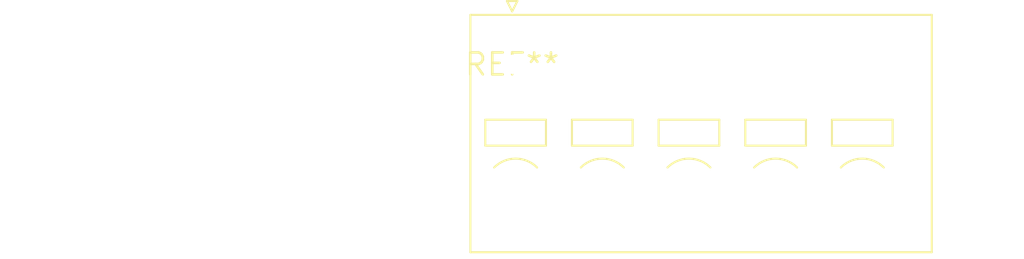
<source format=kicad_pcb>
(kicad_pcb (version 20240108) (generator pcbnew)
  (layers (0 "F.Cu" signal) (31 "B.Cu" signal) (34 "B.Paste" user) (35 "F.Paste" user) (36 "B.SilkS" user "B.Silkscreen") (37 "F.SilkS" user "F.Silkscreen") (38 "B.Mask" user) (39 "F.Mask" user) (44 "Edge.Cuts" user))
  (net 0 "")
  (footprint "PhoenixContact_SPT_2.5_5-V-5.0-EX_1x05_P5.0mm_Vertical" (layer "F.Cu") (at 0 0)
    (property "Reference" "REF**")
    (property "Value" "PhoenixContact_SPT_2.5_5-V-5.0-EX_1x05_P5.0mm_Vertical")
    (fp_line (start -2.41 -2.86) (end 24.21 -2.86) (layer "F.SilkS") (stroke (width 0.12)))
    (fp_line (start -2.41 10.86) (end -2.41 -2.86) (layer "F.SilkS") (stroke (width 0.12)))
    (fp_line (start -1.55 3.2) (end -1.55 4.7) (layer "F.SilkS") (stroke (width 0.12)))
    (fp_line (start -1.55 4.7) (end 1.95 4.7) (layer "F.SilkS") (stroke (width 0.12)))
    (fp_line (start -0.3 -3.66) (end 0 -3.06) (layer "F.SilkS") (stroke (width 0.12)))
    (fp_line (start -0.3 -3.66) (end 0.3 -3.66) (layer "F.SilkS") (stroke (width 0.12)))
    (fp_line (start 0.3 -3.66) (end 0 -3.06) (layer "F.SilkS") (stroke (width 0.12)))
    (fp_line (start 1.95 3.2) (end -1.55 3.2) (layer "F.SilkS") (stroke (width 0.12)))
    (fp_line (start 1.95 4.7) (end 1.95 3.2) (layer "F.SilkS") (stroke (width 0.12)))
    (fp_line (start 3.45 3.2) (end 3.45 4.7) (layer "F.SilkS") (stroke (width 0.12)))
    (fp_line (start 3.45 4.7) (end 6.95 4.7) (layer "F.SilkS") (stroke (width 0.12)))
    (fp_line (start 6.95 3.2) (end 3.45 3.2) (layer "F.SilkS") (stroke (width 0.12)))
    (fp_line (start 6.95 4.7) (end 6.95 3.2) (layer "F.SilkS") (stroke (width 0.12)))
    (fp_line (start 8.45 3.2) (end 8.45 4.7) (layer "F.SilkS") (stroke (width 0.12)))
    (fp_line (start 8.45 4.7) (end 11.95 4.7) (layer "F.SilkS") (stroke (width 0.12)))
    (fp_line (start 11.95 3.2) (end 8.45 3.2) (layer "F.SilkS") (stroke (width 0.12)))
    (fp_line (start 11.95 4.7) (end 11.95 3.2) (layer "F.SilkS") (stroke (width 0.12)))
    (fp_line (start 13.45 3.2) (end 13.45 4.7) (layer "F.SilkS") (stroke (width 0.12)))
    (fp_line (start 13.45 4.7) (end 16.95 4.7) (layer "F.SilkS") (stroke (width 0.12)))
    (fp_line (start 16.95 3.2) (end 13.45 3.2) (layer "F.SilkS") (stroke (width 0.12)))
    (fp_line (start 16.95 4.7) (end 16.95 3.2) (layer "F.SilkS") (stroke (width 0.12)))
    (fp_line (start 18.45 3.2) (end 18.45 4.7) (layer "F.SilkS") (stroke (width 0.12)))
    (fp_line (start 18.45 4.7) (end 21.95 4.7) (layer "F.SilkS") (stroke (width 0.12)))
    (fp_line (start 21.95 3.2) (end 18.45 3.2) (layer "F.SilkS") (stroke (width 0.12)))
    (fp_line (start 21.95 4.7) (end 21.95 3.2) (layer "F.SilkS") (stroke (width 0.12)))
    (fp_line (start 24.21 -2.86) (end 24.21 10.86) (layer "F.SilkS") (stroke (width 0.12)))
    (fp_line (start 24.21 10.86) (end -2.41 10.86) (layer "F.SilkS") (stroke (width 0.12)))
    (fp_arc (start -1.037437 5.962563) (mid 0.2 5.45) (end 1.437437 5.962563) (layer "F.SilkS") (stroke (width 0.12)))
    (fp_arc (start 3.962563 5.962563) (mid 5.2 5.45) (end 6.437437 5.962563) (layer "F.SilkS") (stroke (width 0.12)))
    (fp_arc (start 8.962563 5.962563) (mid 10.2 5.45) (end 11.437437 5.962563) (layer "F.SilkS") (stroke (width 0.12)))
    (fp_arc (start 13.962563 5.962563) (mid 15.2 5.45) (end 16.437437 5.962563) (layer "F.SilkS") (stroke (width 0.12)))
    (fp_arc (start 18.962563 5.962563) (mid 20.2 5.45) (end 21.437437 5.962563) (layer "F.SilkS") (stroke (width 0.12)))
    (pad "1" thru_hole roundrect (at 0 0) (size 1.8 3.3) (drill 1.1) (layers *.Cu *.Mask) (remove_unused_layers) (roundrect_rratio 0.138889))
    (pad "1" thru_hole roundrect (at 0 8.2) (size 1.8 3.3) (drill 1.1) (layers *.Cu *.Mask) (remove_unused_layers) (roundrect_rratio 0.138889))
    (pad "2" thru_hole oval (at 5 0) (size 1.8 3.3) (drill 1.1) (layers *.Cu *.Mask) (remove_unused_layers))
    (pad "2" thru_hole oval (at 5 8.2) (size 1.8 3.3) (drill 1.1) (layers *.Cu *.Mask) (remove_unused_layers))
    (pad "3" thru_hole oval (at 10 0) (size 1.8 3.3) (drill 1.1) (layers *.Cu *.Mask) (remove_unused_layers))
    (pad "3" thru_hole oval (at 10 8.2) (size 1.8 3.3) (drill 1.1) (layers *.Cu *.Mask) (remove_unused_layers))
    (pad "4" thru_hole oval (at 15 0) (size 1.8 3.3) (drill 1.1) (layers *.Cu *.Mask) (remove_unused_layers))
    (pad "4" thru_hole oval (at 15 8.2) (size 1.8 3.3) (drill 1.1) (layers *.Cu *.Mask) (remove_unused_layers))
    (pad "5" thru_hole oval (at 20 0) (size 1.8 3.3) (drill 1.1) (layers *.Cu *.Mask) (remove_unused_layers))
    (pad "5" thru_hole oval (at 20 8.2) (size 1.8 3.3) (drill 1.1) (layers *.Cu *.Mask) (remove_unused_layers))
  )
)
</source>
